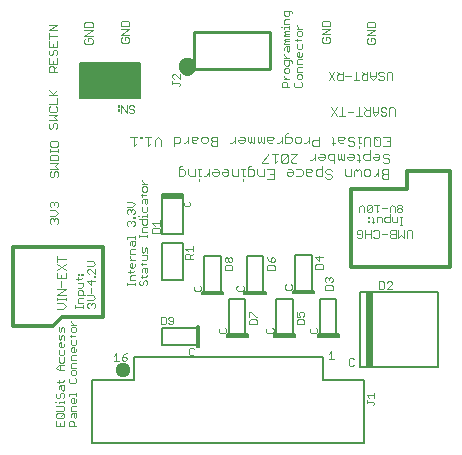
<source format=gto>
G75*
%MOIN*%
%OFA0B0*%
%FSLAX25Y25*%
%IPPOS*%
%LPD*%
%AMOC8*
5,1,8,0,0,1.08239X$1,22.5*
%
%ADD10C,0.00300*%
%ADD11C,0.00200*%
%ADD12C,0.01181*%
%ADD13C,0.00600*%
%ADD14C,0.01000*%
%ADD15C,0.05000*%
%ADD16C,0.00500*%
%ADD17C,0.03937*%
D10*
X0077955Y0109680D02*
X0079557Y0109680D01*
X0080090Y0110214D01*
X0080090Y0111282D01*
X0079557Y0111815D01*
X0077955Y0111815D01*
X0077955Y0112349D02*
X0077955Y0109680D01*
X0077955Y0112349D02*
X0078489Y0112883D01*
X0079023Y0112883D01*
X0081178Y0111815D02*
X0081178Y0110214D01*
X0081712Y0109680D01*
X0083313Y0109680D01*
X0083313Y0111815D01*
X0084394Y0111815D02*
X0085462Y0111815D01*
X0084928Y0111815D02*
X0084928Y0109680D01*
X0085462Y0109680D01*
X0086546Y0109680D02*
X0087080Y0109680D01*
X0088147Y0110748D01*
X0088147Y0111815D02*
X0088147Y0109680D01*
X0089235Y0110214D02*
X0089769Y0109680D01*
X0090836Y0109680D01*
X0091370Y0110214D01*
X0091370Y0111282D01*
X0090836Y0111815D01*
X0089769Y0111815D01*
X0089235Y0110748D02*
X0091370Y0110748D01*
X0092458Y0110748D02*
X0094593Y0110748D01*
X0094593Y0111282D02*
X0094593Y0110214D01*
X0094059Y0109680D01*
X0092991Y0109680D01*
X0092458Y0110214D01*
X0092458Y0110748D01*
X0092991Y0111815D02*
X0094059Y0111815D01*
X0094593Y0111282D01*
X0095680Y0111815D02*
X0095680Y0110214D01*
X0096214Y0109680D01*
X0097816Y0109680D01*
X0097816Y0111815D01*
X0098896Y0111815D02*
X0099964Y0111815D01*
X0099430Y0111815D02*
X0099430Y0109680D01*
X0099964Y0109680D01*
X0101052Y0109680D02*
X0101052Y0112349D01*
X0101585Y0112883D01*
X0102119Y0112883D01*
X0102653Y0111815D02*
X0101052Y0111815D01*
X0102653Y0111815D02*
X0103187Y0111282D01*
X0103187Y0110214D01*
X0102653Y0109680D01*
X0101052Y0109680D01*
X0099430Y0108613D02*
X0099430Y0108079D01*
X0104274Y0110214D02*
X0104808Y0109680D01*
X0106410Y0109680D01*
X0106410Y0111815D01*
X0107497Y0111815D02*
X0109632Y0111815D01*
X0109632Y0108613D01*
X0107497Y0108613D01*
X0108565Y0110214D02*
X0109632Y0110214D01*
X0110033Y0113857D02*
X0110033Y0117059D01*
X0111100Y0117059D02*
X0108965Y0117059D01*
X0107877Y0117059D02*
X0107877Y0116526D01*
X0105742Y0114391D01*
X0105742Y0113857D01*
X0107877Y0113857D01*
X0110033Y0113857D02*
X0111100Y0114924D01*
X0112188Y0114391D02*
X0112188Y0116526D01*
X0112722Y0117059D01*
X0113789Y0117059D01*
X0114323Y0116526D01*
X0112188Y0114391D01*
X0112722Y0113857D01*
X0113789Y0113857D01*
X0114323Y0114391D01*
X0114323Y0116526D01*
X0115411Y0117059D02*
X0117546Y0117059D01*
X0115411Y0114924D01*
X0115411Y0114391D01*
X0115944Y0113857D01*
X0117012Y0113857D01*
X0117546Y0114391D01*
X0117165Y0111815D02*
X0118767Y0111815D01*
X0119301Y0111282D01*
X0119301Y0110214D01*
X0118767Y0109680D01*
X0117165Y0109680D01*
X0116078Y0110214D02*
X0115544Y0109680D01*
X0114476Y0109680D01*
X0113943Y0110214D01*
X0113943Y0110748D01*
X0116078Y0110748D01*
X0116078Y0111282D02*
X0116078Y0110214D01*
X0116078Y0111282D02*
X0115544Y0111815D01*
X0114476Y0111815D01*
X0120388Y0111815D02*
X0121989Y0111815D01*
X0122523Y0111282D01*
X0121989Y0110748D01*
X0120388Y0110748D01*
X0120388Y0110214D02*
X0120388Y0111815D01*
X0120388Y0110214D02*
X0120922Y0109680D01*
X0121989Y0109680D01*
X0123611Y0110214D02*
X0123611Y0111282D01*
X0124145Y0111815D01*
X0125746Y0111815D01*
X0125746Y0112883D02*
X0125746Y0109680D01*
X0124145Y0109680D01*
X0123611Y0110214D01*
X0126834Y0110748D02*
X0126834Y0111282D01*
X0127367Y0111815D01*
X0128435Y0111815D01*
X0128969Y0111282D01*
X0128435Y0110214D02*
X0128969Y0109680D01*
X0128969Y0109146D01*
X0128435Y0108613D01*
X0127367Y0108613D01*
X0126834Y0109146D01*
X0127367Y0110214D02*
X0126834Y0110748D01*
X0127367Y0110214D02*
X0128435Y0110214D01*
X0129900Y0113857D02*
X0129900Y0117059D01*
X0128298Y0117059D01*
X0127764Y0116526D01*
X0127764Y0115458D01*
X0128298Y0114924D01*
X0129900Y0114924D01*
X0130987Y0115458D02*
X0130987Y0117059D01*
X0132055Y0117059D02*
X0132055Y0115458D01*
X0131521Y0114924D01*
X0130987Y0115458D01*
X0132055Y0115458D02*
X0132589Y0114924D01*
X0133122Y0114924D01*
X0133122Y0117059D01*
X0134210Y0115992D02*
X0136345Y0115992D01*
X0136345Y0116526D02*
X0136345Y0115458D01*
X0135811Y0114924D01*
X0134744Y0114924D01*
X0134210Y0115458D01*
X0134210Y0115992D01*
X0134744Y0117059D02*
X0135811Y0117059D01*
X0136345Y0116526D01*
X0137426Y0117059D02*
X0137960Y0116526D01*
X0137960Y0114391D01*
X0138494Y0114924D02*
X0137426Y0114924D01*
X0139581Y0115458D02*
X0139581Y0116526D01*
X0140115Y0117059D01*
X0141716Y0117059D01*
X0141716Y0118127D02*
X0141716Y0114924D01*
X0140115Y0114924D01*
X0139581Y0115458D01*
X0142804Y0115458D02*
X0142804Y0115992D01*
X0144939Y0115992D01*
X0144939Y0116526D02*
X0144939Y0115458D01*
X0144405Y0114924D01*
X0143338Y0114924D01*
X0142804Y0115458D01*
X0143338Y0117059D02*
X0144405Y0117059D01*
X0144939Y0116526D01*
X0146027Y0116526D02*
X0146560Y0117059D01*
X0147628Y0117059D01*
X0148162Y0116526D01*
X0147628Y0115458D02*
X0146560Y0115458D01*
X0146027Y0115992D01*
X0146027Y0116526D01*
X0147628Y0115458D02*
X0148162Y0114924D01*
X0148162Y0114391D01*
X0147628Y0113857D01*
X0146560Y0113857D01*
X0146027Y0114391D01*
X0146167Y0111815D02*
X0147768Y0111815D01*
X0147768Y0108613D01*
X0146167Y0108613D01*
X0145633Y0109146D01*
X0145633Y0109680D01*
X0146167Y0110214D01*
X0147768Y0110214D01*
X0146167Y0110214D02*
X0145633Y0110748D01*
X0145633Y0111282D01*
X0146167Y0111815D01*
X0144545Y0111815D02*
X0144545Y0109680D01*
X0143478Y0109680D02*
X0142944Y0109680D01*
X0143478Y0109680D02*
X0144545Y0110748D01*
X0141860Y0111282D02*
X0141326Y0111815D01*
X0140258Y0111815D01*
X0139725Y0111282D01*
X0139725Y0110214D01*
X0140258Y0109680D01*
X0141326Y0109680D01*
X0141860Y0110214D01*
X0141860Y0111282D01*
X0138637Y0111282D02*
X0138637Y0109680D01*
X0138637Y0111282D02*
X0138103Y0111815D01*
X0137569Y0111282D01*
X0137036Y0111815D01*
X0136502Y0111282D01*
X0136502Y0109680D01*
X0135414Y0109680D02*
X0133813Y0109680D01*
X0133279Y0110214D01*
X0133279Y0111815D01*
X0135414Y0111815D02*
X0135414Y0109680D01*
X0138172Y0118984D02*
X0138172Y0119518D01*
X0138172Y0120586D02*
X0138172Y0122721D01*
X0137639Y0122721D02*
X0138706Y0122721D01*
X0139794Y0122187D02*
X0139794Y0119518D01*
X0138706Y0120586D02*
X0138172Y0120586D01*
X0136558Y0120586D02*
X0136024Y0121120D01*
X0134956Y0121120D01*
X0134423Y0121653D01*
X0134423Y0122187D01*
X0134956Y0122721D01*
X0136024Y0122721D01*
X0136558Y0122187D01*
X0136558Y0120586D02*
X0136558Y0120052D01*
X0136024Y0119518D01*
X0134956Y0119518D01*
X0134423Y0120052D01*
X0132801Y0120586D02*
X0131734Y0120586D01*
X0131200Y0121120D01*
X0131200Y0122721D01*
X0132801Y0122721D01*
X0133335Y0122187D01*
X0132801Y0121653D01*
X0131200Y0121653D01*
X0130112Y0120586D02*
X0129045Y0120586D01*
X0129578Y0120052D02*
X0129578Y0122187D01*
X0129045Y0122721D01*
X0124741Y0122721D02*
X0124741Y0119518D01*
X0123140Y0119518D01*
X0122606Y0120052D01*
X0122606Y0121120D01*
X0123140Y0121653D01*
X0124741Y0121653D01*
X0121518Y0121653D02*
X0120451Y0120586D01*
X0119917Y0120586D01*
X0118833Y0121120D02*
X0118833Y0122187D01*
X0118299Y0122721D01*
X0117231Y0122721D01*
X0116697Y0122187D01*
X0116697Y0121120D01*
X0117231Y0120586D01*
X0118299Y0120586D01*
X0118833Y0121120D01*
X0121518Y0120586D02*
X0121518Y0122721D01*
X0115610Y0122187D02*
X0115076Y0122721D01*
X0113475Y0122721D01*
X0113475Y0123255D02*
X0113475Y0120586D01*
X0115076Y0120586D01*
X0115610Y0121120D01*
X0115610Y0122187D01*
X0114542Y0123788D02*
X0114008Y0123788D01*
X0113475Y0123255D01*
X0112387Y0122721D02*
X0112387Y0120586D01*
X0112387Y0121653D02*
X0111319Y0120586D01*
X0110786Y0120586D01*
X0109168Y0120586D02*
X0108100Y0120586D01*
X0107566Y0121120D01*
X0107566Y0122721D01*
X0109168Y0122721D01*
X0109701Y0122187D01*
X0109168Y0121653D01*
X0107566Y0121653D01*
X0106479Y0120586D02*
X0105945Y0120586D01*
X0105411Y0121120D01*
X0104877Y0120586D01*
X0104344Y0121120D01*
X0104344Y0122721D01*
X0105411Y0122721D02*
X0105411Y0121120D01*
X0106479Y0120586D02*
X0106479Y0122721D01*
X0103256Y0122721D02*
X0103256Y0120586D01*
X0102722Y0120586D01*
X0102188Y0121120D01*
X0101655Y0120586D01*
X0101121Y0121120D01*
X0101121Y0122721D01*
X0102188Y0122721D02*
X0102188Y0121120D01*
X0100033Y0121120D02*
X0099499Y0120586D01*
X0098432Y0120586D01*
X0097898Y0121120D01*
X0097898Y0121653D01*
X0100033Y0121653D01*
X0100033Y0121120D02*
X0100033Y0122187D01*
X0099499Y0122721D01*
X0098432Y0122721D01*
X0096810Y0122721D02*
X0096810Y0120586D01*
X0096810Y0121653D02*
X0095743Y0120586D01*
X0095209Y0120586D01*
X0090902Y0121120D02*
X0089301Y0121120D01*
X0088767Y0121653D01*
X0088767Y0122187D01*
X0089301Y0122721D01*
X0090902Y0122721D01*
X0090902Y0119518D01*
X0089301Y0119518D01*
X0088767Y0120052D01*
X0088767Y0120586D01*
X0089301Y0121120D01*
X0087679Y0121120D02*
X0087679Y0122187D01*
X0087146Y0122721D01*
X0086078Y0122721D01*
X0085544Y0122187D01*
X0085544Y0121120D01*
X0086078Y0120586D01*
X0087146Y0120586D01*
X0087679Y0121120D01*
X0084457Y0122187D02*
X0083923Y0122721D01*
X0082321Y0122721D01*
X0082321Y0121120D01*
X0082855Y0120586D01*
X0083923Y0120586D01*
X0083923Y0121653D02*
X0082321Y0121653D01*
X0081234Y0121653D02*
X0080166Y0120586D01*
X0079632Y0120586D01*
X0078548Y0121120D02*
X0078014Y0120586D01*
X0076413Y0120586D01*
X0076413Y0119518D02*
X0076413Y0122721D01*
X0078014Y0122721D01*
X0078548Y0122187D01*
X0078548Y0121120D01*
X0081234Y0120586D02*
X0081234Y0122721D01*
X0083923Y0121653D02*
X0084457Y0122187D01*
X0089235Y0110748D02*
X0089235Y0110214D01*
X0084928Y0108613D02*
X0084928Y0108079D01*
X0072103Y0119518D02*
X0072103Y0121653D01*
X0071035Y0122721D01*
X0069968Y0121653D01*
X0069968Y0119518D01*
X0068880Y0120586D02*
X0067812Y0119518D01*
X0067812Y0122721D01*
X0066745Y0122721D02*
X0068880Y0122721D01*
X0065657Y0122721D02*
X0065657Y0122187D01*
X0065123Y0122187D01*
X0065123Y0122721D01*
X0065657Y0122721D01*
X0064046Y0122721D02*
X0061911Y0122721D01*
X0062978Y0122721D02*
X0062978Y0119518D01*
X0064046Y0120586D01*
X0104274Y0111815D02*
X0104274Y0110214D01*
X0121853Y0114924D02*
X0122387Y0114924D01*
X0123454Y0115992D01*
X0123454Y0117059D02*
X0123454Y0114924D01*
X0124542Y0115458D02*
X0124542Y0115992D01*
X0126677Y0115992D01*
X0126677Y0116526D02*
X0126677Y0115458D01*
X0126143Y0114924D01*
X0125075Y0114924D01*
X0124542Y0115458D01*
X0125075Y0117059D02*
X0126143Y0117059D01*
X0126677Y0116526D01*
X0139794Y0122187D02*
X0140328Y0122721D01*
X0141395Y0122721D01*
X0141929Y0122187D01*
X0141929Y0119518D01*
X0143017Y0120052D02*
X0143017Y0122187D01*
X0143550Y0122721D01*
X0144618Y0122721D01*
X0145152Y0122187D01*
X0145152Y0120052D01*
X0144618Y0119518D01*
X0143550Y0119518D01*
X0143017Y0120052D01*
X0144084Y0121653D02*
X0143017Y0122721D01*
X0146239Y0122721D02*
X0148374Y0122721D01*
X0148374Y0119518D01*
X0146239Y0119518D01*
X0147307Y0121120D02*
X0148374Y0121120D01*
D11*
X0037173Y0034270D02*
X0036747Y0034270D01*
X0038026Y0034270D02*
X0039731Y0034270D01*
X0039731Y0033844D02*
X0039731Y0034696D01*
X0039305Y0035535D02*
X0039731Y0035962D01*
X0039731Y0036814D01*
X0039305Y0037241D01*
X0038879Y0037241D01*
X0038452Y0036814D01*
X0038452Y0035962D01*
X0038026Y0035535D01*
X0037600Y0035535D01*
X0037173Y0035962D01*
X0037173Y0036814D01*
X0037600Y0037241D01*
X0038026Y0038499D02*
X0038026Y0039352D01*
X0038452Y0039778D01*
X0039731Y0039778D01*
X0039731Y0038499D01*
X0039305Y0038073D01*
X0038879Y0038499D01*
X0038879Y0039778D01*
X0038026Y0040610D02*
X0038026Y0041463D01*
X0037600Y0041037D02*
X0039305Y0041037D01*
X0039731Y0041463D01*
X0041307Y0041037D02*
X0041734Y0040610D01*
X0043439Y0040610D01*
X0043865Y0041037D01*
X0043865Y0041889D01*
X0043439Y0042316D01*
X0043439Y0043148D02*
X0042586Y0043148D01*
X0042160Y0043574D01*
X0042160Y0044427D01*
X0042586Y0044853D01*
X0043439Y0044853D01*
X0043865Y0044427D01*
X0043865Y0043574D01*
X0043439Y0043148D01*
X0041734Y0042316D02*
X0041307Y0041889D01*
X0041307Y0041037D01*
X0039731Y0044840D02*
X0038026Y0044840D01*
X0037173Y0045692D01*
X0038026Y0046545D01*
X0039731Y0046545D01*
X0039305Y0047377D02*
X0039731Y0047804D01*
X0039731Y0049083D01*
X0039305Y0049915D02*
X0039731Y0050341D01*
X0039731Y0051620D01*
X0039305Y0052453D02*
X0038452Y0052453D01*
X0038026Y0052879D01*
X0038026Y0053732D01*
X0038452Y0054158D01*
X0038879Y0054158D01*
X0038879Y0052453D01*
X0039305Y0052453D02*
X0039731Y0052879D01*
X0039731Y0053732D01*
X0039731Y0054990D02*
X0039731Y0056269D01*
X0039305Y0056696D01*
X0038879Y0056269D01*
X0038879Y0055416D01*
X0038452Y0054990D01*
X0038026Y0055416D01*
X0038026Y0056696D01*
X0038452Y0057528D02*
X0038026Y0057954D01*
X0038026Y0059233D01*
X0038879Y0058807D02*
X0038879Y0057954D01*
X0038452Y0057528D01*
X0039731Y0057528D02*
X0039731Y0058807D01*
X0039305Y0059233D01*
X0038879Y0058807D01*
X0042160Y0058807D02*
X0042160Y0057954D01*
X0042586Y0057528D01*
X0043439Y0057528D01*
X0043865Y0057954D01*
X0043865Y0058807D01*
X0043439Y0059233D01*
X0042586Y0059233D01*
X0042160Y0058807D01*
X0042160Y0060065D02*
X0043865Y0060065D01*
X0043013Y0060065D02*
X0042160Y0060918D01*
X0042160Y0061344D01*
X0043473Y0065601D02*
X0043473Y0066453D01*
X0043473Y0066027D02*
X0046031Y0066027D01*
X0046031Y0065601D02*
X0046031Y0066453D01*
X0046031Y0067293D02*
X0044325Y0067293D01*
X0044325Y0068572D01*
X0044752Y0068998D01*
X0046031Y0068998D01*
X0046031Y0069830D02*
X0046031Y0071109D01*
X0045604Y0071536D01*
X0044752Y0071536D01*
X0044325Y0071109D01*
X0044325Y0069830D01*
X0046883Y0069830D01*
X0047606Y0069844D02*
X0049312Y0069844D01*
X0050165Y0068991D01*
X0049312Y0068138D01*
X0047606Y0068138D01*
X0048033Y0067306D02*
X0048459Y0067306D01*
X0048886Y0066880D01*
X0049312Y0067306D01*
X0049738Y0067306D01*
X0050165Y0066880D01*
X0050165Y0066027D01*
X0049738Y0065601D01*
X0048886Y0066453D02*
X0048886Y0066880D01*
X0048033Y0067306D02*
X0047606Y0066880D01*
X0047606Y0066027D01*
X0048033Y0065601D01*
X0048886Y0070676D02*
X0048886Y0072381D01*
X0048886Y0073214D02*
X0048886Y0074919D01*
X0049738Y0075751D02*
X0049738Y0076178D01*
X0050165Y0076178D01*
X0050165Y0075751D01*
X0049738Y0075751D01*
X0050165Y0074493D02*
X0047606Y0074493D01*
X0048886Y0073214D01*
X0046031Y0072794D02*
X0045604Y0072368D01*
X0044325Y0072368D01*
X0044325Y0074073D02*
X0046031Y0074073D01*
X0046031Y0072794D01*
X0045604Y0075332D02*
X0043899Y0075332D01*
X0044325Y0075758D02*
X0044325Y0074905D01*
X0045604Y0075332D02*
X0046031Y0075758D01*
X0046031Y0076597D02*
X0045604Y0076597D01*
X0045604Y0077023D01*
X0046031Y0077023D01*
X0046031Y0076597D01*
X0044752Y0076597D02*
X0044325Y0076597D01*
X0044325Y0077023D01*
X0044752Y0077023D01*
X0044752Y0076597D01*
X0047606Y0077446D02*
X0048033Y0077020D01*
X0047606Y0077446D02*
X0047606Y0078299D01*
X0048033Y0078725D01*
X0048459Y0078725D01*
X0050165Y0077020D01*
X0050165Y0078725D01*
X0049312Y0079558D02*
X0050165Y0080410D01*
X0049312Y0081263D01*
X0047606Y0081263D01*
X0047606Y0079558D02*
X0049312Y0079558D01*
X0040314Y0080125D02*
X0037512Y0078257D01*
X0037512Y0077363D02*
X0037512Y0075495D01*
X0040314Y0075495D01*
X0040314Y0077363D01*
X0040314Y0078257D02*
X0037512Y0080125D01*
X0037512Y0081019D02*
X0037512Y0082888D01*
X0037512Y0081954D02*
X0040314Y0081954D01*
X0038913Y0076429D02*
X0038913Y0075495D01*
X0038913Y0074601D02*
X0038913Y0072732D01*
X0040314Y0071838D02*
X0037512Y0071838D01*
X0037512Y0069970D02*
X0040314Y0071838D01*
X0040314Y0069970D02*
X0037512Y0069970D01*
X0037512Y0069063D02*
X0037512Y0068129D01*
X0037512Y0068596D02*
X0040314Y0068596D01*
X0040314Y0068129D02*
X0040314Y0069063D01*
X0039380Y0067234D02*
X0037512Y0067234D01*
X0037512Y0065366D02*
X0039380Y0065366D01*
X0040314Y0066300D01*
X0039380Y0067234D01*
X0042160Y0056689D02*
X0042160Y0055836D01*
X0041734Y0056262D02*
X0043439Y0056262D01*
X0043865Y0056689D01*
X0043865Y0055004D02*
X0043865Y0053725D01*
X0043439Y0053298D01*
X0042586Y0053298D01*
X0042160Y0053725D01*
X0042160Y0055004D01*
X0042586Y0052466D02*
X0043013Y0052466D01*
X0043013Y0050761D01*
X0043439Y0050761D02*
X0042586Y0050761D01*
X0042160Y0051187D01*
X0042160Y0052040D01*
X0042586Y0052466D01*
X0043865Y0052040D02*
X0043865Y0051187D01*
X0043439Y0050761D01*
X0043865Y0049929D02*
X0042586Y0049929D01*
X0042160Y0049502D01*
X0042160Y0048223D01*
X0043865Y0048223D01*
X0043865Y0047391D02*
X0042586Y0047391D01*
X0042160Y0046965D01*
X0042160Y0045686D01*
X0043865Y0045686D01*
X0039305Y0047377D02*
X0038452Y0047377D01*
X0038026Y0047804D01*
X0038026Y0049083D01*
X0038452Y0049915D02*
X0039305Y0049915D01*
X0038452Y0049915D02*
X0038026Y0050341D01*
X0038026Y0051620D01*
X0038452Y0046545D02*
X0038452Y0044840D01*
X0041307Y0036807D02*
X0043865Y0036807D01*
X0043865Y0036381D02*
X0043865Y0037234D01*
X0043013Y0035549D02*
X0043013Y0033844D01*
X0043439Y0033844D02*
X0042586Y0033844D01*
X0042160Y0034270D01*
X0042160Y0035123D01*
X0042586Y0035549D01*
X0043013Y0035549D01*
X0043865Y0035123D02*
X0043865Y0034270D01*
X0043439Y0033844D01*
X0043865Y0033011D02*
X0042586Y0033011D01*
X0042160Y0032585D01*
X0042160Y0031306D01*
X0043865Y0031306D01*
X0043865Y0030474D02*
X0043865Y0029195D01*
X0043439Y0028768D01*
X0043013Y0029195D01*
X0043013Y0030474D01*
X0042586Y0030474D02*
X0043865Y0030474D01*
X0042586Y0030474D02*
X0042160Y0030047D01*
X0042160Y0029195D01*
X0042586Y0027936D02*
X0043013Y0027510D01*
X0043013Y0026231D01*
X0043865Y0026231D02*
X0041307Y0026231D01*
X0041307Y0027510D01*
X0041734Y0027936D01*
X0042586Y0027936D01*
X0039731Y0027936D02*
X0039731Y0026231D01*
X0037173Y0026231D01*
X0037173Y0027936D01*
X0037600Y0028768D02*
X0037173Y0029195D01*
X0037173Y0030047D01*
X0037600Y0030474D01*
X0039305Y0030474D01*
X0039731Y0030047D01*
X0039731Y0029195D01*
X0039305Y0028768D01*
X0037600Y0028768D01*
X0038879Y0029621D02*
X0039731Y0030474D01*
X0039305Y0031306D02*
X0039731Y0031732D01*
X0039731Y0032585D01*
X0039305Y0033011D01*
X0037173Y0033011D01*
X0038026Y0033844D02*
X0038026Y0034270D01*
X0037173Y0031306D02*
X0039305Y0031306D01*
X0038452Y0027083D02*
X0038452Y0026231D01*
X0041307Y0036381D02*
X0041307Y0036807D01*
X0056416Y0047998D02*
X0058121Y0047998D01*
X0057268Y0047998D02*
X0057268Y0050557D01*
X0056416Y0049704D01*
X0058953Y0049277D02*
X0060232Y0049277D01*
X0060659Y0048851D01*
X0060659Y0048425D01*
X0060232Y0047998D01*
X0059380Y0047998D01*
X0058953Y0048425D01*
X0058953Y0049277D01*
X0059806Y0050130D01*
X0060659Y0050557D01*
X0072018Y0060089D02*
X0073297Y0060089D01*
X0073723Y0060515D01*
X0073723Y0062221D01*
X0073297Y0062647D01*
X0072018Y0062647D01*
X0072018Y0060089D01*
X0074556Y0060515D02*
X0074982Y0060089D01*
X0075835Y0060089D01*
X0076261Y0060515D01*
X0076261Y0062221D01*
X0075835Y0062647D01*
X0074982Y0062647D01*
X0074556Y0062221D01*
X0074556Y0061794D01*
X0074982Y0061368D01*
X0076261Y0061368D01*
X0081893Y0052411D02*
X0081467Y0051984D01*
X0081467Y0050279D01*
X0081893Y0049853D01*
X0082746Y0049853D01*
X0083172Y0050279D01*
X0083172Y0051984D02*
X0082746Y0052411D01*
X0081893Y0052411D01*
X0091307Y0057584D02*
X0091734Y0057158D01*
X0093439Y0057158D01*
X0093865Y0057584D01*
X0093865Y0058437D01*
X0093439Y0058863D01*
X0091734Y0058863D02*
X0091307Y0058437D01*
X0091307Y0057584D01*
X0101543Y0060132D02*
X0101543Y0061411D01*
X0101970Y0061837D01*
X0103675Y0061837D01*
X0104102Y0061411D01*
X0104102Y0060132D01*
X0101543Y0060132D01*
X0101543Y0062669D02*
X0101543Y0064375D01*
X0101970Y0064375D01*
X0103675Y0062669D01*
X0104102Y0062669D01*
X0107482Y0058863D02*
X0107055Y0058437D01*
X0107055Y0057584D01*
X0107482Y0057158D01*
X0109187Y0057158D01*
X0109613Y0057584D01*
X0109613Y0058437D01*
X0109187Y0058863D01*
X0117292Y0060132D02*
X0117292Y0061411D01*
X0117718Y0061837D01*
X0119423Y0061837D01*
X0119850Y0061411D01*
X0119850Y0060132D01*
X0117292Y0060132D01*
X0117292Y0062669D02*
X0118571Y0062669D01*
X0118144Y0063522D01*
X0118144Y0063949D01*
X0118571Y0064375D01*
X0119423Y0064375D01*
X0119850Y0063949D01*
X0119850Y0063096D01*
X0119423Y0062669D01*
X0117292Y0062669D02*
X0117292Y0064375D01*
X0122049Y0058863D02*
X0121622Y0058437D01*
X0121622Y0057584D01*
X0122049Y0057158D01*
X0123754Y0057158D01*
X0124180Y0057584D01*
X0124180Y0058437D01*
X0123754Y0058863D01*
X0128839Y0051163D02*
X0127987Y0050310D01*
X0128839Y0051163D02*
X0128839Y0048605D01*
X0127987Y0048605D02*
X0129692Y0048605D01*
X0134617Y0048441D02*
X0134617Y0046736D01*
X0135043Y0046309D01*
X0135896Y0046309D01*
X0136322Y0046736D01*
X0136322Y0048441D02*
X0135896Y0048868D01*
X0135043Y0048868D01*
X0134617Y0048441D01*
X0140693Y0036487D02*
X0143251Y0036487D01*
X0143251Y0035634D02*
X0143251Y0037340D01*
X0141546Y0035634D02*
X0140693Y0036487D01*
X0140693Y0034802D02*
X0140693Y0033950D01*
X0140693Y0034376D02*
X0142825Y0034376D01*
X0143251Y0033950D01*
X0143251Y0033523D01*
X0142825Y0033097D01*
X0144853Y0071900D02*
X0146132Y0071900D01*
X0146558Y0072326D01*
X0146558Y0074032D01*
X0146132Y0074458D01*
X0144853Y0074458D01*
X0144853Y0071900D01*
X0147390Y0071900D02*
X0149096Y0073605D01*
X0149096Y0074032D01*
X0148669Y0074458D01*
X0147817Y0074458D01*
X0147390Y0074032D01*
X0147390Y0071900D02*
X0149096Y0071900D01*
X0148916Y0088835D02*
X0148449Y0089302D01*
X0148449Y0089769D01*
X0148916Y0090236D01*
X0150317Y0090236D01*
X0150317Y0091637D02*
X0148916Y0091637D01*
X0148449Y0091170D01*
X0148449Y0090703D01*
X0148916Y0090236D01*
X0147555Y0090236D02*
X0145686Y0090236D01*
X0144792Y0089302D02*
X0144792Y0091170D01*
X0144325Y0091637D01*
X0143391Y0091637D01*
X0142924Y0091170D01*
X0142030Y0091637D02*
X0142030Y0088835D01*
X0142924Y0089302D02*
X0143391Y0088835D01*
X0144325Y0088835D01*
X0144792Y0089302D01*
X0142030Y0090236D02*
X0140162Y0090236D01*
X0139268Y0091170D02*
X0138801Y0091637D01*
X0137866Y0091637D01*
X0137399Y0091170D01*
X0137399Y0090236D01*
X0138333Y0090236D01*
X0137399Y0089302D02*
X0137866Y0088835D01*
X0138801Y0088835D01*
X0139268Y0089302D01*
X0139268Y0091170D01*
X0140162Y0091637D02*
X0140162Y0088835D01*
X0141104Y0094207D02*
X0141104Y0094634D01*
X0141531Y0094634D01*
X0141531Y0094207D01*
X0141104Y0094207D01*
X0142370Y0094207D02*
X0143222Y0094207D01*
X0142796Y0093781D02*
X0142796Y0095486D01*
X0142370Y0095913D01*
X0141531Y0095913D02*
X0141531Y0095486D01*
X0141104Y0095486D01*
X0141104Y0095913D01*
X0141531Y0095913D01*
X0141950Y0097488D02*
X0141097Y0097488D01*
X0140671Y0097915D01*
X0142376Y0099620D01*
X0141950Y0100046D01*
X0141097Y0100046D01*
X0140671Y0099620D01*
X0140671Y0097915D01*
X0139839Y0097488D02*
X0139839Y0099194D01*
X0138986Y0100046D01*
X0138133Y0099194D01*
X0138133Y0097488D01*
X0141950Y0097488D02*
X0142376Y0097915D01*
X0142376Y0099620D01*
X0143209Y0100046D02*
X0144914Y0100046D01*
X0144061Y0100046D02*
X0144061Y0097488D01*
X0144914Y0098341D01*
X0145746Y0098767D02*
X0147452Y0098767D01*
X0148284Y0099194D02*
X0148284Y0097488D01*
X0148297Y0096765D02*
X0148297Y0094207D01*
X0147018Y0094207D01*
X0146592Y0094634D01*
X0146592Y0095486D01*
X0147018Y0095913D01*
X0148297Y0095913D01*
X0149130Y0095913D02*
X0149130Y0094634D01*
X0149556Y0094207D01*
X0150835Y0094207D01*
X0150835Y0095913D01*
X0151674Y0095913D02*
X0152527Y0095913D01*
X0152100Y0095913D02*
X0152100Y0093355D01*
X0151674Y0093355D02*
X0152527Y0093355D01*
X0153079Y0091637D02*
X0153079Y0088835D01*
X0152145Y0089769D01*
X0151211Y0088835D01*
X0151211Y0091637D01*
X0150317Y0091637D02*
X0150317Y0088835D01*
X0148916Y0088835D01*
X0145760Y0094207D02*
X0145760Y0095486D01*
X0145334Y0095913D01*
X0144054Y0095913D01*
X0144054Y0094207D01*
X0148284Y0099194D02*
X0149136Y0100046D01*
X0149989Y0099194D01*
X0149989Y0097488D01*
X0150821Y0097915D02*
X0150821Y0098341D01*
X0151248Y0098767D01*
X0152100Y0098767D01*
X0152527Y0098341D01*
X0152527Y0097915D01*
X0152100Y0097488D01*
X0151248Y0097488D01*
X0150821Y0097915D01*
X0151248Y0098767D02*
X0150821Y0099194D01*
X0150821Y0099620D01*
X0151248Y0100046D01*
X0152100Y0100046D01*
X0152527Y0099620D01*
X0152527Y0099194D01*
X0152100Y0098767D01*
X0154441Y0091637D02*
X0153973Y0091170D01*
X0153973Y0088835D01*
X0155842Y0088835D02*
X0155842Y0091170D01*
X0155375Y0091637D01*
X0154441Y0091637D01*
X0129298Y0075366D02*
X0129298Y0074513D01*
X0128872Y0074087D01*
X0128872Y0073255D02*
X0127167Y0073255D01*
X0126740Y0072828D01*
X0126740Y0071549D01*
X0129298Y0071549D01*
X0129298Y0072828D01*
X0128872Y0073255D01*
X0128019Y0074940D02*
X0128019Y0075366D01*
X0128446Y0075792D01*
X0128872Y0075792D01*
X0129298Y0075366D01*
X0128019Y0075366D02*
X0127593Y0075792D01*
X0127167Y0075792D01*
X0126740Y0075366D01*
X0126740Y0074513D01*
X0127167Y0074087D01*
X0126149Y0078636D02*
X0123591Y0078636D01*
X0123591Y0079915D01*
X0124017Y0080341D01*
X0125722Y0080341D01*
X0126149Y0079915D01*
X0126149Y0078636D01*
X0124870Y0081173D02*
X0124870Y0082879D01*
X0126149Y0082452D02*
X0123591Y0082452D01*
X0124870Y0081173D01*
X0115913Y0073004D02*
X0115913Y0072151D01*
X0115486Y0071725D01*
X0113781Y0071725D01*
X0113355Y0072151D01*
X0113355Y0073004D01*
X0113781Y0073430D01*
X0115486Y0073430D02*
X0115913Y0073004D01*
X0110007Y0078242D02*
X0110007Y0079521D01*
X0109581Y0079948D01*
X0107875Y0079948D01*
X0107449Y0079521D01*
X0107449Y0078242D01*
X0110007Y0078242D01*
X0109581Y0080780D02*
X0110007Y0081206D01*
X0110007Y0082059D01*
X0109581Y0082485D01*
X0109154Y0082485D01*
X0108728Y0082059D01*
X0108728Y0080780D01*
X0109581Y0080780D01*
X0108728Y0080780D02*
X0107875Y0081632D01*
X0107449Y0082485D01*
X0099345Y0073036D02*
X0099771Y0072610D01*
X0099771Y0071757D01*
X0099345Y0071331D01*
X0097639Y0071331D01*
X0097213Y0071757D01*
X0097213Y0072610D01*
X0097639Y0073036D01*
X0095834Y0078242D02*
X0093276Y0078242D01*
X0093276Y0079521D01*
X0093702Y0079948D01*
X0095408Y0079948D01*
X0095834Y0079521D01*
X0095834Y0078242D01*
X0095408Y0080780D02*
X0094981Y0080780D01*
X0094555Y0081206D01*
X0094555Y0082059D01*
X0094981Y0082485D01*
X0095408Y0082485D01*
X0095834Y0082059D01*
X0095834Y0081206D01*
X0095408Y0080780D01*
X0094555Y0081206D02*
X0094128Y0080780D01*
X0093702Y0080780D01*
X0093276Y0081206D01*
X0093276Y0082059D01*
X0093702Y0082485D01*
X0094128Y0082485D01*
X0094555Y0082059D01*
X0085171Y0073036D02*
X0085598Y0072610D01*
X0085598Y0071757D01*
X0085171Y0071331D01*
X0083466Y0071331D01*
X0083040Y0071757D01*
X0083040Y0072610D01*
X0083466Y0073036D01*
X0082724Y0081963D02*
X0080122Y0081963D01*
X0080122Y0083264D01*
X0080555Y0083698D01*
X0081423Y0083698D01*
X0081857Y0083264D01*
X0081857Y0081963D01*
X0081857Y0082830D02*
X0082724Y0083698D01*
X0082724Y0084541D02*
X0082724Y0086276D01*
X0082724Y0085408D02*
X0080122Y0085408D01*
X0080989Y0084541D01*
X0071728Y0090539D02*
X0071728Y0091818D01*
X0071302Y0092245D01*
X0069596Y0092245D01*
X0069170Y0091818D01*
X0069170Y0090539D01*
X0071728Y0090539D01*
X0071728Y0093077D02*
X0071728Y0094782D01*
X0071728Y0093929D02*
X0069170Y0093929D01*
X0070023Y0093077D01*
X0067487Y0092550D02*
X0066208Y0092550D01*
X0065782Y0092123D01*
X0065782Y0090844D01*
X0067487Y0090844D01*
X0067487Y0090005D02*
X0067487Y0089153D01*
X0067487Y0089579D02*
X0064929Y0089579D01*
X0064929Y0089153D02*
X0064929Y0090005D01*
X0063354Y0089582D02*
X0063354Y0088730D01*
X0063354Y0089156D02*
X0060795Y0089156D01*
X0060795Y0088730D01*
X0061648Y0087471D02*
X0061648Y0086618D01*
X0062501Y0086618D02*
X0062501Y0087897D01*
X0062075Y0087897D02*
X0063354Y0087897D01*
X0063354Y0086618D01*
X0062927Y0086192D01*
X0062501Y0086618D01*
X0061648Y0087471D02*
X0062075Y0087897D01*
X0062075Y0085360D02*
X0063354Y0085360D01*
X0062075Y0085360D02*
X0061648Y0084933D01*
X0061648Y0083654D01*
X0063354Y0083654D01*
X0061648Y0082819D02*
X0061648Y0082392D01*
X0062501Y0081540D01*
X0062501Y0080708D02*
X0062501Y0079002D01*
X0062927Y0079002D02*
X0062075Y0079002D01*
X0061648Y0079429D01*
X0061648Y0080281D01*
X0062075Y0080708D01*
X0062501Y0080708D01*
X0063354Y0080281D02*
X0063354Y0079429D01*
X0062927Y0079002D01*
X0063354Y0078163D02*
X0062927Y0077737D01*
X0061222Y0077737D01*
X0061648Y0078163D02*
X0061648Y0077310D01*
X0062075Y0076478D02*
X0063354Y0076478D01*
X0062075Y0076478D02*
X0061648Y0076052D01*
X0061648Y0074773D01*
X0063354Y0074773D01*
X0063354Y0073934D02*
X0063354Y0073081D01*
X0063354Y0073507D02*
X0060795Y0073507D01*
X0060795Y0073081D02*
X0060795Y0073934D01*
X0064929Y0074360D02*
X0064929Y0073507D01*
X0065356Y0073081D01*
X0065782Y0073081D01*
X0066208Y0073507D01*
X0066208Y0074360D01*
X0066635Y0074786D01*
X0067061Y0074786D01*
X0067487Y0074360D01*
X0067487Y0073507D01*
X0067061Y0073081D01*
X0065356Y0074786D02*
X0064929Y0074360D01*
X0065782Y0075619D02*
X0065782Y0076471D01*
X0065356Y0076045D02*
X0067061Y0076045D01*
X0067487Y0076471D01*
X0067061Y0077310D02*
X0066635Y0077737D01*
X0066635Y0079016D01*
X0066208Y0079016D02*
X0067487Y0079016D01*
X0067487Y0077737D01*
X0067061Y0077310D01*
X0065782Y0077737D02*
X0065782Y0078589D01*
X0066208Y0079016D01*
X0065782Y0079848D02*
X0065782Y0080701D01*
X0065356Y0080274D02*
X0067061Y0080274D01*
X0067487Y0080701D01*
X0067061Y0081540D02*
X0067487Y0081966D01*
X0067487Y0083245D01*
X0065782Y0083245D01*
X0066208Y0084077D02*
X0065782Y0084504D01*
X0065782Y0085783D01*
X0066635Y0085356D02*
X0066635Y0084504D01*
X0066208Y0084077D01*
X0067487Y0084077D02*
X0067487Y0085356D01*
X0067061Y0085783D01*
X0066635Y0085356D01*
X0067061Y0081540D02*
X0065782Y0081540D01*
X0063354Y0081540D02*
X0061648Y0081540D01*
X0061222Y0092959D02*
X0060795Y0093385D01*
X0060795Y0094238D01*
X0061222Y0094664D01*
X0061648Y0094664D01*
X0062075Y0094238D01*
X0062501Y0094664D01*
X0062927Y0094664D01*
X0063354Y0094238D01*
X0063354Y0093385D01*
X0062927Y0092959D01*
X0062075Y0093812D02*
X0062075Y0094238D01*
X0062927Y0095497D02*
X0062927Y0095923D01*
X0063354Y0095923D01*
X0063354Y0095497D01*
X0062927Y0095497D01*
X0062927Y0096765D02*
X0063354Y0097192D01*
X0063354Y0098044D01*
X0062927Y0098471D01*
X0062501Y0098471D01*
X0062075Y0098044D01*
X0062075Y0097618D01*
X0062075Y0098044D02*
X0061648Y0098471D01*
X0061222Y0098471D01*
X0060795Y0098044D01*
X0060795Y0097192D01*
X0061222Y0096765D01*
X0060795Y0099303D02*
X0062501Y0099303D01*
X0063354Y0100156D01*
X0062501Y0101008D01*
X0060795Y0101008D01*
X0065356Y0103113D02*
X0067061Y0103113D01*
X0067487Y0103539D01*
X0067061Y0104378D02*
X0067487Y0104804D01*
X0067487Y0105657D01*
X0067061Y0106084D01*
X0066208Y0106084D01*
X0065782Y0105657D01*
X0065782Y0104804D01*
X0066208Y0104378D01*
X0067061Y0104378D01*
X0065782Y0103539D02*
X0065782Y0102686D01*
X0066208Y0101854D02*
X0067487Y0101854D01*
X0067487Y0100575D01*
X0067061Y0100149D01*
X0066635Y0100575D01*
X0066635Y0101854D01*
X0066208Y0101854D02*
X0065782Y0101428D01*
X0065782Y0100575D01*
X0065782Y0099317D02*
X0065782Y0098038D01*
X0066208Y0097611D01*
X0067061Y0097611D01*
X0067487Y0098038D01*
X0067487Y0099317D01*
X0067487Y0096772D02*
X0067487Y0095919D01*
X0067487Y0096346D02*
X0065782Y0096346D01*
X0065782Y0095919D01*
X0065782Y0095087D02*
X0065782Y0093808D01*
X0066208Y0093382D01*
X0067061Y0093382D01*
X0067487Y0093808D01*
X0067487Y0095087D01*
X0064929Y0095087D01*
X0064929Y0096346D02*
X0064503Y0096346D01*
X0065782Y0106916D02*
X0067487Y0106916D01*
X0066635Y0106916D02*
X0065782Y0107768D01*
X0065782Y0108195D01*
X0079922Y0100604D02*
X0079922Y0100014D01*
X0080217Y0099719D01*
X0081397Y0099719D01*
X0081692Y0100014D01*
X0081692Y0100604D01*
X0081397Y0100899D01*
X0080217Y0100899D02*
X0079922Y0100604D01*
X0062730Y0130559D02*
X0063157Y0130986D01*
X0063157Y0131412D01*
X0062730Y0131838D01*
X0061878Y0131838D01*
X0061451Y0132265D01*
X0061451Y0132691D01*
X0061878Y0133117D01*
X0062730Y0133117D01*
X0063157Y0132691D01*
X0062730Y0130559D02*
X0061878Y0130559D01*
X0061451Y0130986D01*
X0060619Y0130559D02*
X0060619Y0133117D01*
X0058914Y0133117D02*
X0058914Y0130559D01*
X0058081Y0131412D02*
X0058081Y0131838D01*
X0057655Y0131838D01*
X0057655Y0131412D01*
X0058081Y0131412D01*
X0058081Y0132691D02*
X0058081Y0133117D01*
X0057655Y0133117D01*
X0057655Y0132691D01*
X0058081Y0132691D01*
X0058914Y0133117D02*
X0060619Y0130559D01*
X0075889Y0140287D02*
X0075889Y0141154D01*
X0075889Y0140721D02*
X0078058Y0140721D01*
X0078491Y0140287D01*
X0078491Y0139853D01*
X0078058Y0139420D01*
X0078491Y0141998D02*
X0076757Y0143733D01*
X0076323Y0143733D01*
X0075889Y0143299D01*
X0075889Y0142432D01*
X0076323Y0141998D01*
X0078491Y0141998D02*
X0078491Y0143733D01*
X0061440Y0154414D02*
X0061440Y0155348D01*
X0060973Y0155816D01*
X0060039Y0155816D01*
X0060039Y0154881D01*
X0059105Y0153947D02*
X0060973Y0153947D01*
X0061440Y0154414D01*
X0061440Y0156710D02*
X0058638Y0156710D01*
X0061440Y0158578D01*
X0058638Y0158578D01*
X0058638Y0159472D02*
X0058638Y0160873D01*
X0059105Y0161340D01*
X0060973Y0161340D01*
X0061440Y0160873D01*
X0061440Y0159472D01*
X0058638Y0159472D01*
X0059105Y0155816D02*
X0058638Y0155348D01*
X0058638Y0154414D01*
X0059105Y0153947D01*
X0049322Y0154060D02*
X0049322Y0154994D01*
X0048855Y0155461D01*
X0047921Y0155461D01*
X0047921Y0154527D01*
X0048855Y0153593D02*
X0049322Y0154060D01*
X0048855Y0153593D02*
X0046987Y0153593D01*
X0046520Y0154060D01*
X0046520Y0154994D01*
X0046987Y0155461D01*
X0046520Y0156355D02*
X0049322Y0158224D01*
X0046520Y0158224D01*
X0046520Y0159118D02*
X0046520Y0160519D01*
X0046987Y0160986D01*
X0048855Y0160986D01*
X0049322Y0160519D01*
X0049322Y0159118D01*
X0046520Y0159118D01*
X0046520Y0156355D02*
X0049322Y0156355D01*
X0037472Y0156302D02*
X0034669Y0156302D01*
X0034669Y0157236D02*
X0034669Y0155367D01*
X0034669Y0154473D02*
X0034669Y0152605D01*
X0037472Y0152605D01*
X0037472Y0154473D01*
X0036070Y0153539D02*
X0036070Y0152605D01*
X0036538Y0151711D02*
X0037005Y0151711D01*
X0037472Y0151244D01*
X0037472Y0150310D01*
X0037005Y0149843D01*
X0037472Y0148949D02*
X0037472Y0147080D01*
X0034669Y0147080D01*
X0034669Y0148949D01*
X0035136Y0149843D02*
X0034669Y0150310D01*
X0034669Y0151244D01*
X0035136Y0151711D01*
X0036070Y0151244D02*
X0036538Y0151711D01*
X0036070Y0151244D02*
X0036070Y0150310D01*
X0035603Y0149843D01*
X0035136Y0149843D01*
X0036070Y0148014D02*
X0036070Y0147080D01*
X0036070Y0146186D02*
X0036538Y0145719D01*
X0036538Y0144318D01*
X0037472Y0144318D02*
X0034669Y0144318D01*
X0034669Y0145719D01*
X0035136Y0146186D01*
X0036070Y0146186D01*
X0036538Y0145252D02*
X0037472Y0146186D01*
X0037472Y0138305D02*
X0036070Y0136904D01*
X0036538Y0136437D02*
X0034669Y0138305D01*
X0034669Y0136437D02*
X0037472Y0136437D01*
X0037472Y0135543D02*
X0037472Y0133674D01*
X0034669Y0133674D01*
X0035136Y0132780D02*
X0034669Y0132313D01*
X0034669Y0131379D01*
X0035136Y0130912D01*
X0037005Y0130912D01*
X0037472Y0131379D01*
X0037472Y0132313D01*
X0037005Y0132780D01*
X0037472Y0130018D02*
X0034669Y0130018D01*
X0034669Y0128150D02*
X0037472Y0128150D01*
X0036538Y0129084D01*
X0037472Y0130018D01*
X0037005Y0127256D02*
X0036538Y0127256D01*
X0036070Y0126789D01*
X0036070Y0125854D01*
X0035603Y0125387D01*
X0035136Y0125387D01*
X0034669Y0125854D01*
X0034669Y0126789D01*
X0035136Y0127256D01*
X0037005Y0127256D02*
X0037472Y0126789D01*
X0037472Y0125854D01*
X0037005Y0125387D01*
X0037398Y0121274D02*
X0035530Y0121274D01*
X0035063Y0120807D01*
X0035063Y0119872D01*
X0035530Y0119405D01*
X0037398Y0119405D01*
X0037865Y0119872D01*
X0037865Y0120807D01*
X0037398Y0121274D01*
X0037865Y0118498D02*
X0037865Y0117564D01*
X0037865Y0118031D02*
X0035063Y0118031D01*
X0035063Y0117564D02*
X0035063Y0118498D01*
X0035530Y0116670D02*
X0035063Y0116203D01*
X0035063Y0114801D01*
X0037865Y0114801D01*
X0037865Y0116203D01*
X0037398Y0116670D01*
X0035530Y0116670D01*
X0035063Y0113907D02*
X0037865Y0113907D01*
X0036931Y0112973D01*
X0037865Y0112039D01*
X0035063Y0112039D01*
X0035530Y0111145D02*
X0035063Y0110678D01*
X0035063Y0109744D01*
X0035530Y0109277D01*
X0035997Y0109277D01*
X0036464Y0109744D01*
X0036464Y0110678D01*
X0036931Y0111145D01*
X0037398Y0111145D01*
X0037865Y0110678D01*
X0037865Y0109744D01*
X0037398Y0109277D01*
X0037398Y0100990D02*
X0037865Y0100523D01*
X0037865Y0099589D01*
X0037398Y0099122D01*
X0036931Y0098228D02*
X0035063Y0098228D01*
X0035530Y0099122D02*
X0035063Y0099589D01*
X0035063Y0100523D01*
X0035530Y0100990D01*
X0035997Y0100990D01*
X0036464Y0100523D01*
X0036931Y0100990D01*
X0037398Y0100990D01*
X0036464Y0100523D02*
X0036464Y0100056D01*
X0036931Y0098228D02*
X0037865Y0097294D01*
X0036931Y0096360D01*
X0035063Y0096360D01*
X0035530Y0095465D02*
X0035997Y0095465D01*
X0036464Y0094998D01*
X0036931Y0095465D01*
X0037398Y0095465D01*
X0037865Y0094998D01*
X0037865Y0094064D01*
X0037398Y0093597D01*
X0036464Y0094531D02*
X0036464Y0094998D01*
X0035530Y0095465D02*
X0035063Y0094998D01*
X0035063Y0094064D01*
X0035530Y0093597D01*
X0034669Y0158130D02*
X0037472Y0159998D01*
X0034669Y0159998D01*
X0034669Y0158130D02*
X0037472Y0158130D01*
X0111944Y0159104D02*
X0112370Y0159104D01*
X0113223Y0159104D02*
X0114928Y0159104D01*
X0114928Y0158678D02*
X0114928Y0159530D01*
X0114928Y0160369D02*
X0113223Y0160369D01*
X0113223Y0161649D01*
X0113649Y0162075D01*
X0114928Y0162075D01*
X0114502Y0162907D02*
X0113649Y0162907D01*
X0113223Y0163333D01*
X0113223Y0164612D01*
X0115355Y0164612D01*
X0115781Y0164186D01*
X0115781Y0163760D01*
X0114928Y0163333D02*
X0114928Y0164612D01*
X0114928Y0163333D02*
X0114502Y0162907D01*
X0117357Y0159957D02*
X0117357Y0159530D01*
X0118210Y0158678D01*
X0119062Y0158678D02*
X0117357Y0158678D01*
X0117783Y0157846D02*
X0117357Y0157419D01*
X0117357Y0156566D01*
X0117783Y0156140D01*
X0118636Y0156140D01*
X0119062Y0156566D01*
X0119062Y0157419D01*
X0118636Y0157846D01*
X0117783Y0157846D01*
X0117357Y0155301D02*
X0117357Y0154448D01*
X0116930Y0154875D02*
X0118636Y0154875D01*
X0119062Y0155301D01*
X0119062Y0153616D02*
X0119062Y0152337D01*
X0118636Y0151911D01*
X0117783Y0151911D01*
X0117357Y0152337D01*
X0117357Y0153616D01*
X0114928Y0153603D02*
X0113223Y0153603D01*
X0113223Y0154029D01*
X0113649Y0154455D01*
X0113223Y0154882D01*
X0113649Y0155308D01*
X0114928Y0155308D01*
X0114928Y0156140D02*
X0113223Y0156140D01*
X0113223Y0156566D01*
X0113649Y0156993D01*
X0113223Y0157419D01*
X0113649Y0157846D01*
X0114928Y0157846D01*
X0114928Y0156993D02*
X0113649Y0156993D01*
X0113223Y0158678D02*
X0113223Y0159104D01*
X0113649Y0154455D02*
X0114928Y0154455D01*
X0114928Y0152770D02*
X0114928Y0151491D01*
X0114502Y0151065D01*
X0114076Y0151491D01*
X0114076Y0152770D01*
X0113649Y0152770D02*
X0114928Y0152770D01*
X0113649Y0152770D02*
X0113223Y0152344D01*
X0113223Y0151491D01*
X0113223Y0150229D02*
X0113223Y0149803D01*
X0114076Y0148950D01*
X0114928Y0148950D02*
X0113223Y0148950D01*
X0113223Y0148118D02*
X0113223Y0146839D01*
X0113649Y0146413D01*
X0114502Y0146413D01*
X0114928Y0146839D01*
X0114928Y0148118D01*
X0115355Y0148118D02*
X0113223Y0148118D01*
X0115355Y0148118D02*
X0115781Y0147692D01*
X0115781Y0147265D01*
X0117357Y0146836D02*
X0117357Y0148115D01*
X0117783Y0148541D01*
X0119062Y0148541D01*
X0118636Y0149373D02*
X0117783Y0149373D01*
X0117357Y0149800D01*
X0117357Y0150652D01*
X0117783Y0151079D01*
X0118210Y0151079D01*
X0118210Y0149373D01*
X0118636Y0149373D02*
X0119062Y0149800D01*
X0119062Y0150652D01*
X0119062Y0146836D02*
X0117357Y0146836D01*
X0117783Y0146003D02*
X0119062Y0146003D01*
X0117783Y0146003D02*
X0117357Y0145577D01*
X0117357Y0144298D01*
X0119062Y0144298D01*
X0118636Y0143466D02*
X0117783Y0143466D01*
X0117357Y0143039D01*
X0117357Y0142187D01*
X0117783Y0141760D01*
X0118636Y0141760D01*
X0119062Y0142187D01*
X0119062Y0143039D01*
X0118636Y0143466D01*
X0118636Y0140928D02*
X0119062Y0140502D01*
X0119062Y0139649D01*
X0118636Y0139223D01*
X0116930Y0139223D01*
X0116504Y0139649D01*
X0116504Y0140502D01*
X0116930Y0140928D01*
X0114928Y0141760D02*
X0113223Y0141760D01*
X0114076Y0141760D02*
X0113223Y0142613D01*
X0113223Y0143039D01*
X0113649Y0143875D02*
X0114502Y0143875D01*
X0114928Y0144301D01*
X0114928Y0145154D01*
X0114502Y0145580D01*
X0113649Y0145580D01*
X0113223Y0145154D01*
X0113223Y0144301D01*
X0113649Y0143875D01*
X0113649Y0140928D02*
X0114076Y0140502D01*
X0114076Y0139223D01*
X0114928Y0139223D02*
X0112370Y0139223D01*
X0112370Y0140502D01*
X0112797Y0140928D01*
X0113649Y0140928D01*
X0126270Y0154007D02*
X0128138Y0154007D01*
X0128606Y0154474D01*
X0128606Y0155408D01*
X0128138Y0155875D01*
X0127204Y0155875D01*
X0127204Y0154941D01*
X0126270Y0155875D02*
X0125803Y0155408D01*
X0125803Y0154474D01*
X0126270Y0154007D01*
X0125803Y0156769D02*
X0128606Y0158637D01*
X0125803Y0158637D01*
X0125803Y0159531D02*
X0125803Y0160933D01*
X0126270Y0161400D01*
X0128138Y0161400D01*
X0128606Y0160933D01*
X0128606Y0159531D01*
X0125803Y0159531D01*
X0125803Y0156769D02*
X0128606Y0156769D01*
X0128015Y0144385D02*
X0129883Y0141583D01*
X0130777Y0142050D02*
X0130777Y0142984D01*
X0131244Y0143451D01*
X0132646Y0143451D01*
X0132646Y0144385D02*
X0132646Y0141583D01*
X0131244Y0141583D01*
X0130777Y0142050D01*
X0131711Y0143451D02*
X0130777Y0144385D01*
X0129883Y0144385D02*
X0128015Y0141583D01*
X0133540Y0142984D02*
X0135408Y0142984D01*
X0136302Y0141583D02*
X0138170Y0141583D01*
X0137236Y0141583D02*
X0137236Y0144385D01*
X0139064Y0144385D02*
X0139998Y0143451D01*
X0139531Y0143451D02*
X0140933Y0143451D01*
X0140933Y0144385D02*
X0140933Y0141583D01*
X0139531Y0141583D01*
X0139064Y0142050D01*
X0139064Y0142984D01*
X0139531Y0143451D01*
X0141827Y0142984D02*
X0143695Y0142984D01*
X0143695Y0142517D02*
X0142761Y0141583D01*
X0141827Y0142517D01*
X0141827Y0144385D01*
X0143695Y0144385D02*
X0143695Y0142517D01*
X0144589Y0142050D02*
X0145056Y0141583D01*
X0145990Y0141583D01*
X0146457Y0142050D01*
X0146457Y0142517D01*
X0145990Y0142984D01*
X0145056Y0142984D01*
X0144589Y0143451D01*
X0144589Y0143918D01*
X0145056Y0144385D01*
X0145990Y0144385D01*
X0146457Y0143918D01*
X0147351Y0143918D02*
X0147351Y0141583D01*
X0149220Y0141583D02*
X0149220Y0143918D01*
X0148753Y0144385D01*
X0147818Y0144385D01*
X0147351Y0143918D01*
X0143099Y0153676D02*
X0141231Y0153676D01*
X0140764Y0154143D01*
X0140764Y0155077D01*
X0141231Y0155544D01*
X0142165Y0155544D02*
X0142165Y0154610D01*
X0142165Y0155544D02*
X0143099Y0155544D01*
X0143566Y0155077D01*
X0143566Y0154143D01*
X0143099Y0153676D01*
X0143566Y0156438D02*
X0140764Y0156438D01*
X0143566Y0158307D01*
X0140764Y0158307D01*
X0140764Y0159201D02*
X0140764Y0160602D01*
X0141231Y0161069D01*
X0143099Y0161069D01*
X0143566Y0160602D01*
X0143566Y0159201D01*
X0140764Y0159201D01*
X0139852Y0132417D02*
X0140786Y0131482D01*
X0140319Y0131482D02*
X0141720Y0131482D01*
X0141720Y0132417D02*
X0141720Y0129614D01*
X0140319Y0129614D01*
X0139852Y0130081D01*
X0139852Y0131015D01*
X0140319Y0131482D01*
X0138958Y0129614D02*
X0137089Y0129614D01*
X0138024Y0129614D02*
X0138024Y0132417D01*
X0136195Y0131015D02*
X0134327Y0131015D01*
X0133433Y0129614D02*
X0131565Y0129614D01*
X0130671Y0129614D02*
X0128802Y0132417D01*
X0130671Y0132417D02*
X0128802Y0129614D01*
X0132499Y0129614D02*
X0132499Y0132417D01*
X0142614Y0132417D02*
X0142614Y0130548D01*
X0143548Y0129614D01*
X0144482Y0130548D01*
X0144482Y0132417D01*
X0145376Y0131949D02*
X0145844Y0132417D01*
X0146778Y0132417D01*
X0147245Y0131949D01*
X0148139Y0131949D02*
X0148139Y0129614D01*
X0147245Y0130081D02*
X0147245Y0130548D01*
X0146778Y0131015D01*
X0145844Y0131015D01*
X0145376Y0131482D01*
X0145376Y0131949D01*
X0144482Y0131015D02*
X0142614Y0131015D01*
X0145376Y0130081D02*
X0145844Y0129614D01*
X0146778Y0129614D01*
X0147245Y0130081D01*
X0148139Y0131949D02*
X0148606Y0132417D01*
X0149540Y0132417D01*
X0150007Y0131949D01*
X0150007Y0129614D01*
D12*
X0154202Y0111170D02*
X0154202Y0105265D01*
X0135304Y0105265D01*
X0135304Y0079280D01*
X0168375Y0079280D01*
X0168375Y0111170D01*
X0154202Y0111170D01*
X0052627Y0085973D02*
X0052627Y0062745D01*
X0039241Y0062745D01*
X0036091Y0059595D01*
X0022706Y0059595D01*
X0022706Y0085973D01*
X0052627Y0085973D01*
D13*
X0045146Y0135580D02*
X0065225Y0135580D01*
X0065225Y0147391D01*
X0045146Y0147391D01*
X0045146Y0135580D01*
X0045146Y0136116D02*
X0065225Y0136116D01*
X0065225Y0136714D02*
X0045146Y0136714D01*
X0045146Y0137313D02*
X0065225Y0137313D01*
X0065225Y0137911D02*
X0045146Y0137911D01*
X0045146Y0138510D02*
X0065225Y0138510D01*
X0065225Y0139108D02*
X0045146Y0139108D01*
X0045146Y0139707D02*
X0065225Y0139707D01*
X0065225Y0140305D02*
X0045146Y0140305D01*
X0045146Y0140904D02*
X0065225Y0140904D01*
X0065225Y0141502D02*
X0045146Y0141502D01*
X0045146Y0142101D02*
X0065225Y0142101D01*
X0065225Y0142699D02*
X0045146Y0142699D01*
X0045146Y0143298D02*
X0065225Y0143298D01*
X0065225Y0143896D02*
X0045146Y0143896D01*
X0045146Y0144495D02*
X0065225Y0144495D01*
X0065225Y0145093D02*
X0045146Y0145093D01*
X0045146Y0145692D02*
X0065225Y0145692D01*
X0065225Y0146290D02*
X0045146Y0146290D01*
X0045146Y0146889D02*
X0065225Y0146889D01*
D14*
X0083001Y0145383D02*
X0083001Y0157587D01*
X0108394Y0157587D01*
X0108394Y0145383D01*
X0083001Y0145383D01*
D15*
X0080416Y0146126D02*
X0080418Y0146165D01*
X0080424Y0146204D01*
X0080434Y0146242D01*
X0080447Y0146279D01*
X0080464Y0146314D01*
X0080484Y0146348D01*
X0080508Y0146379D01*
X0080535Y0146408D01*
X0080564Y0146434D01*
X0080596Y0146457D01*
X0080630Y0146477D01*
X0080666Y0146493D01*
X0080703Y0146505D01*
X0080742Y0146514D01*
X0080781Y0146519D01*
X0080820Y0146520D01*
X0080859Y0146517D01*
X0080898Y0146510D01*
X0080935Y0146499D01*
X0080972Y0146485D01*
X0081007Y0146467D01*
X0081040Y0146446D01*
X0081071Y0146421D01*
X0081099Y0146394D01*
X0081124Y0146364D01*
X0081146Y0146331D01*
X0081165Y0146297D01*
X0081180Y0146261D01*
X0081192Y0146223D01*
X0081200Y0146185D01*
X0081204Y0146146D01*
X0081204Y0146106D01*
X0081200Y0146067D01*
X0081192Y0146029D01*
X0081180Y0145991D01*
X0081165Y0145955D01*
X0081146Y0145921D01*
X0081124Y0145888D01*
X0081099Y0145858D01*
X0081071Y0145831D01*
X0081040Y0145806D01*
X0081007Y0145785D01*
X0080972Y0145767D01*
X0080935Y0145753D01*
X0080898Y0145742D01*
X0080859Y0145735D01*
X0080820Y0145732D01*
X0080781Y0145733D01*
X0080742Y0145738D01*
X0080703Y0145747D01*
X0080666Y0145759D01*
X0080630Y0145775D01*
X0080596Y0145795D01*
X0080564Y0145818D01*
X0080535Y0145844D01*
X0080508Y0145873D01*
X0080484Y0145904D01*
X0080464Y0145938D01*
X0080447Y0145973D01*
X0080434Y0146010D01*
X0080424Y0146048D01*
X0080418Y0146087D01*
X0080416Y0146126D01*
D16*
X0079430Y0103556D02*
X0079430Y0102375D01*
X0078249Y0102375D01*
X0078249Y0103556D01*
X0079430Y0103556D01*
X0079036Y0102375D01*
X0072737Y0102375D01*
X0072737Y0102769D01*
X0072737Y0103162D01*
X0079036Y0103162D01*
X0079036Y0102769D01*
X0078643Y0102769D02*
X0072737Y0102769D01*
X0072737Y0102375D02*
X0072343Y0102375D01*
X0072343Y0103556D01*
X0078249Y0103556D01*
X0079293Y0102239D02*
X0072478Y0102242D01*
X0072479Y0090305D01*
X0079297Y0090305D01*
X0079293Y0102239D01*
X0079373Y0087154D02*
X0072555Y0087153D01*
X0072559Y0074826D01*
X0079374Y0074822D01*
X0079373Y0087154D01*
X0086485Y0082824D02*
X0086485Y0070619D01*
X0091997Y0070619D01*
X0091997Y0071013D01*
X0092784Y0071013D01*
X0092784Y0070225D01*
X0085698Y0070225D01*
X0085698Y0071013D01*
X0086091Y0071013D01*
X0086091Y0070619D01*
X0092391Y0070619D01*
X0091997Y0071013D02*
X0086091Y0071013D01*
X0091997Y0071013D02*
X0091997Y0082824D01*
X0086485Y0082824D01*
X0094753Y0068650D02*
X0094753Y0056446D01*
X0100265Y0056446D01*
X0100265Y0056839D01*
X0101052Y0056839D01*
X0101052Y0056052D01*
X0093965Y0056052D01*
X0093965Y0056839D01*
X0094359Y0056839D01*
X0094359Y0056446D01*
X0100658Y0056446D01*
X0100265Y0056839D02*
X0094359Y0056839D01*
X0100265Y0056839D02*
X0100265Y0068650D01*
X0094753Y0068650D01*
X0099871Y0070225D02*
X0106957Y0070225D01*
X0106957Y0071013D01*
X0106170Y0071013D01*
X0100265Y0071013D01*
X0100265Y0070619D01*
X0106564Y0070619D01*
X0106170Y0070619D02*
X0106170Y0071013D01*
X0106170Y0082824D01*
X0100658Y0082824D01*
X0100658Y0070619D01*
X0106170Y0070619D01*
X0100265Y0071013D02*
X0099871Y0071013D01*
X0099871Y0070225D01*
X0110501Y0068650D02*
X0110501Y0056446D01*
X0116013Y0056446D01*
X0116013Y0056839D01*
X0116800Y0056839D01*
X0116800Y0056052D01*
X0109713Y0056052D01*
X0109713Y0056839D01*
X0110107Y0056839D01*
X0110107Y0056446D01*
X0116406Y0056446D01*
X0116013Y0056839D02*
X0110107Y0056839D01*
X0116013Y0056839D02*
X0116013Y0068650D01*
X0110501Y0068650D01*
X0116013Y0070619D02*
X0123099Y0070619D01*
X0123099Y0071406D01*
X0122312Y0071406D01*
X0116406Y0071406D01*
X0116406Y0071013D01*
X0122706Y0071013D01*
X0122312Y0071013D02*
X0122312Y0071406D01*
X0122312Y0083217D01*
X0116800Y0083217D01*
X0116800Y0071013D01*
X0122312Y0071013D01*
X0125068Y0068650D02*
X0125068Y0056446D01*
X0130580Y0056446D01*
X0130580Y0056839D01*
X0131367Y0056839D01*
X0131367Y0056052D01*
X0124280Y0056052D01*
X0124280Y0056839D01*
X0124674Y0056839D01*
X0124674Y0056446D01*
X0130973Y0056446D01*
X0130580Y0056839D02*
X0124674Y0056839D01*
X0130580Y0056839D02*
X0130580Y0068650D01*
X0125068Y0068650D01*
X0116406Y0071406D02*
X0116013Y0071406D01*
X0116013Y0070619D01*
X0126028Y0049186D02*
X0063036Y0049186D01*
X0063036Y0041706D01*
X0049257Y0041706D01*
X0049257Y0020446D01*
X0139808Y0020446D01*
X0139808Y0041706D01*
X0126028Y0041706D01*
X0126028Y0049186D01*
X0138454Y0045816D02*
X0138454Y0071013D01*
X0164438Y0071013D01*
X0164438Y0045816D01*
X0138454Y0045816D01*
X0140816Y0045816D02*
X0140816Y0071013D01*
X0142391Y0071013D01*
X0142391Y0045816D01*
X0141209Y0045816D01*
X0140816Y0045816D01*
X0140816Y0046227D02*
X0142391Y0046227D01*
X0142391Y0046726D02*
X0140816Y0046726D01*
X0140816Y0047224D02*
X0142391Y0047224D01*
X0142391Y0047723D02*
X0140816Y0047723D01*
X0140816Y0048221D02*
X0142391Y0048221D01*
X0142391Y0048720D02*
X0140816Y0048720D01*
X0140816Y0049218D02*
X0142391Y0049218D01*
X0142391Y0049717D02*
X0140816Y0049717D01*
X0140816Y0050215D02*
X0142391Y0050215D01*
X0142391Y0050714D02*
X0140816Y0050714D01*
X0140816Y0051212D02*
X0142391Y0051212D01*
X0142391Y0051711D02*
X0140816Y0051711D01*
X0140816Y0052209D02*
X0142391Y0052209D01*
X0142391Y0052708D02*
X0140816Y0052708D01*
X0140816Y0053206D02*
X0142391Y0053206D01*
X0142391Y0053705D02*
X0140816Y0053705D01*
X0140816Y0054203D02*
X0142391Y0054203D01*
X0142391Y0054702D02*
X0140816Y0054702D01*
X0140816Y0055200D02*
X0142391Y0055200D01*
X0142391Y0055699D02*
X0140816Y0055699D01*
X0140816Y0056197D02*
X0142391Y0056197D01*
X0142391Y0056696D02*
X0140816Y0056696D01*
X0140816Y0057194D02*
X0142391Y0057194D01*
X0142391Y0057693D02*
X0140816Y0057693D01*
X0140816Y0058191D02*
X0142391Y0058191D01*
X0142391Y0058690D02*
X0140816Y0058690D01*
X0140816Y0059188D02*
X0142391Y0059188D01*
X0142391Y0059687D02*
X0140816Y0059687D01*
X0140816Y0060185D02*
X0142391Y0060185D01*
X0142391Y0060684D02*
X0140816Y0060684D01*
X0140816Y0061182D02*
X0142391Y0061182D01*
X0142391Y0061681D02*
X0140816Y0061681D01*
X0140816Y0062179D02*
X0142391Y0062179D01*
X0142391Y0062678D02*
X0140816Y0062678D01*
X0140816Y0063176D02*
X0142391Y0063176D01*
X0142391Y0063675D02*
X0140816Y0063675D01*
X0140816Y0064173D02*
X0142391Y0064173D01*
X0142391Y0064672D02*
X0140816Y0064672D01*
X0140816Y0065170D02*
X0142391Y0065170D01*
X0142391Y0065669D02*
X0140816Y0065669D01*
X0140816Y0066168D02*
X0142391Y0066168D01*
X0142391Y0066666D02*
X0140816Y0066666D01*
X0140816Y0067165D02*
X0142391Y0067165D01*
X0142391Y0067663D02*
X0140816Y0067663D01*
X0140816Y0068162D02*
X0142391Y0068162D01*
X0142391Y0068660D02*
X0140816Y0068660D01*
X0140816Y0069159D02*
X0142391Y0069159D01*
X0142391Y0069657D02*
X0140816Y0069657D01*
X0140816Y0070156D02*
X0142391Y0070156D01*
X0142391Y0070654D02*
X0140816Y0070654D01*
X0084910Y0059595D02*
X0084910Y0052509D01*
X0084123Y0052509D01*
X0084123Y0052902D01*
X0084517Y0052902D01*
X0084517Y0059202D01*
X0084517Y0058808D02*
X0084123Y0058808D01*
X0084123Y0059595D01*
X0084910Y0059595D01*
X0084517Y0058808D02*
X0084517Y0053296D01*
X0072312Y0053296D01*
X0072312Y0058808D01*
X0084123Y0058808D01*
X0084123Y0052902D01*
D17*
X0059099Y0044855D02*
X0059101Y0044894D01*
X0059107Y0044933D01*
X0059117Y0044971D01*
X0059130Y0045008D01*
X0059147Y0045043D01*
X0059167Y0045077D01*
X0059191Y0045108D01*
X0059218Y0045137D01*
X0059247Y0045163D01*
X0059279Y0045186D01*
X0059313Y0045206D01*
X0059349Y0045222D01*
X0059386Y0045234D01*
X0059425Y0045243D01*
X0059464Y0045248D01*
X0059503Y0045249D01*
X0059542Y0045246D01*
X0059581Y0045239D01*
X0059618Y0045228D01*
X0059655Y0045214D01*
X0059690Y0045196D01*
X0059723Y0045175D01*
X0059754Y0045150D01*
X0059782Y0045123D01*
X0059807Y0045093D01*
X0059829Y0045060D01*
X0059848Y0045026D01*
X0059863Y0044990D01*
X0059875Y0044952D01*
X0059883Y0044914D01*
X0059887Y0044875D01*
X0059887Y0044835D01*
X0059883Y0044796D01*
X0059875Y0044758D01*
X0059863Y0044720D01*
X0059848Y0044684D01*
X0059829Y0044650D01*
X0059807Y0044617D01*
X0059782Y0044587D01*
X0059754Y0044560D01*
X0059723Y0044535D01*
X0059690Y0044514D01*
X0059655Y0044496D01*
X0059618Y0044482D01*
X0059581Y0044471D01*
X0059542Y0044464D01*
X0059503Y0044461D01*
X0059464Y0044462D01*
X0059425Y0044467D01*
X0059386Y0044476D01*
X0059349Y0044488D01*
X0059313Y0044504D01*
X0059279Y0044524D01*
X0059247Y0044547D01*
X0059218Y0044573D01*
X0059191Y0044602D01*
X0059167Y0044633D01*
X0059147Y0044667D01*
X0059130Y0044702D01*
X0059117Y0044739D01*
X0059107Y0044777D01*
X0059101Y0044816D01*
X0059099Y0044855D01*
M02*

</source>
